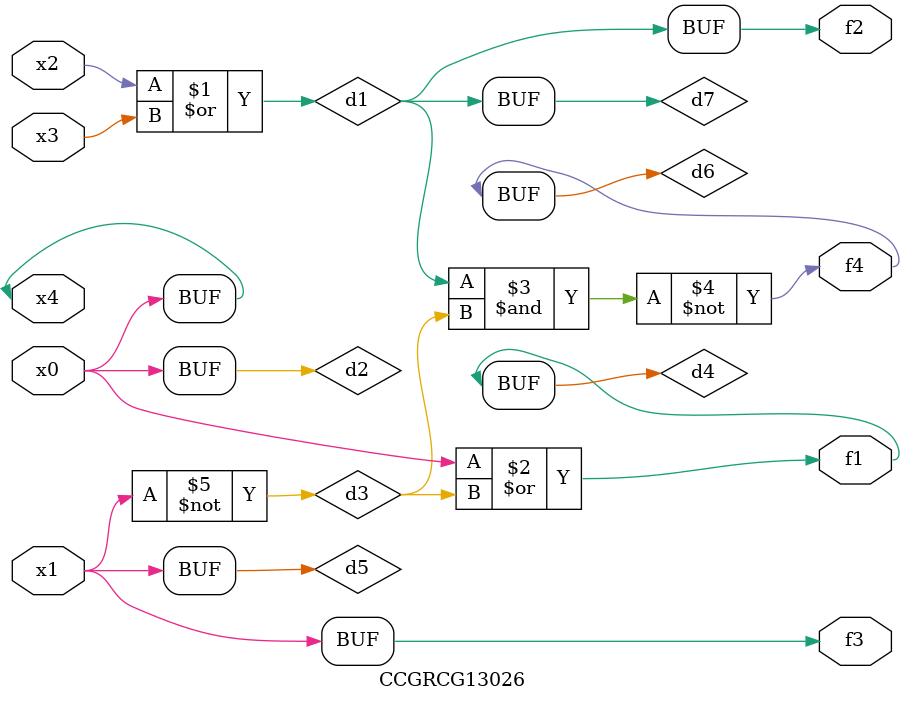
<source format=v>
module CCGRCG13026(
	input x0, x1, x2, x3, x4,
	output f1, f2, f3, f4
);

	wire d1, d2, d3, d4, d5, d6, d7;

	or (d1, x2, x3);
	buf (d2, x0, x4);
	not (d3, x1);
	or (d4, d2, d3);
	not (d5, d3);
	nand (d6, d1, d3);
	or (d7, d1);
	assign f1 = d4;
	assign f2 = d7;
	assign f3 = d5;
	assign f4 = d6;
endmodule

</source>
